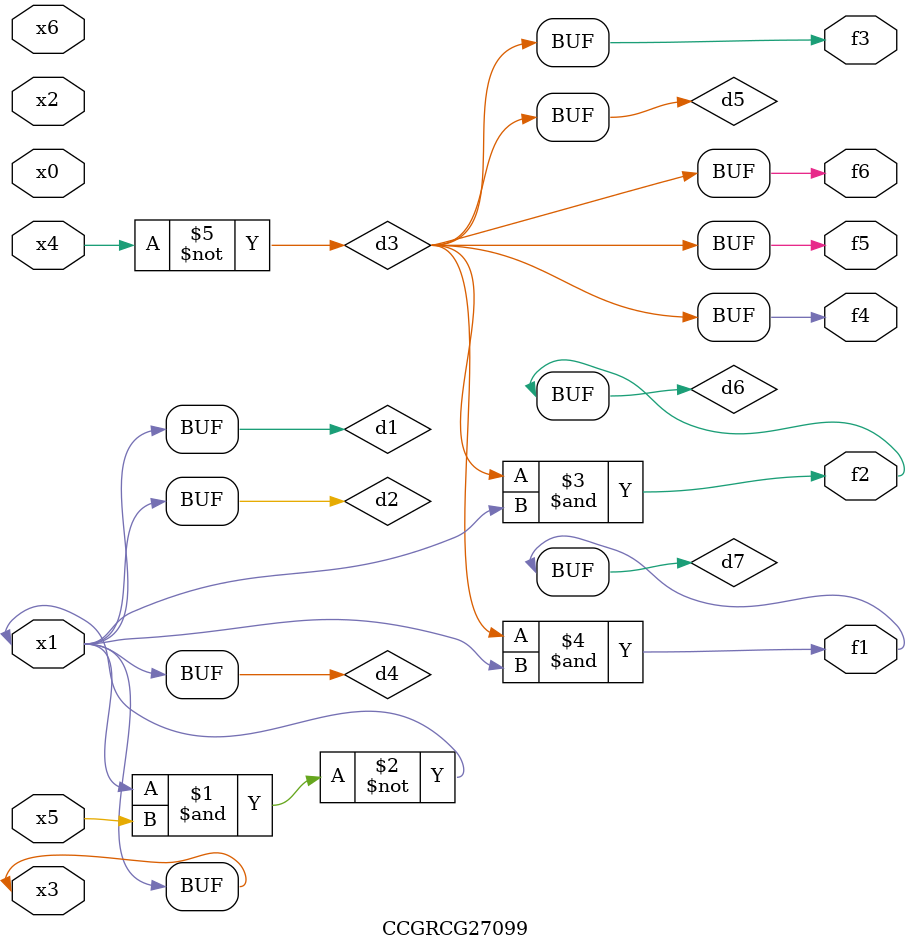
<source format=v>
module CCGRCG27099(
	input x0, x1, x2, x3, x4, x5, x6,
	output f1, f2, f3, f4, f5, f6
);

	wire d1, d2, d3, d4, d5, d6, d7;

	buf (d1, x1, x3);
	nand (d2, x1, x5);
	not (d3, x4);
	buf (d4, d1, d2);
	buf (d5, d3);
	and (d6, d3, d4);
	and (d7, d3, d4);
	assign f1 = d7;
	assign f2 = d6;
	assign f3 = d5;
	assign f4 = d5;
	assign f5 = d5;
	assign f6 = d5;
endmodule

</source>
